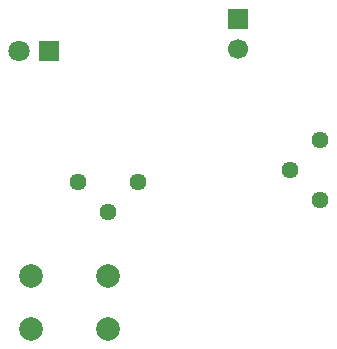
<source format=gbr>
%TF.GenerationSoftware,KiCad,Pcbnew,9.0.1*%
%TF.CreationDate,2025-05-04T09:20:48-04:00*%
%TF.ProjectId,project-2,70726f6a-6563-4742-9d32-2e6b69636164,rev?*%
%TF.SameCoordinates,Original*%
%TF.FileFunction,Copper,L2,Bot*%
%TF.FilePolarity,Positive*%
%FSLAX46Y46*%
G04 Gerber Fmt 4.6, Leading zero omitted, Abs format (unit mm)*
G04 Created by KiCad (PCBNEW 9.0.1) date 2025-05-04 09:20:48*
%MOMM*%
%LPD*%
G01*
G04 APERTURE LIST*
%TA.AperFunction,ComponentPad*%
%ADD10C,1.440000*%
%TD*%
%TA.AperFunction,ComponentPad*%
%ADD11R,1.800000X1.800000*%
%TD*%
%TA.AperFunction,ComponentPad*%
%ADD12C,1.800000*%
%TD*%
%TA.AperFunction,ComponentPad*%
%ADD13R,1.700000X1.700000*%
%TD*%
%TA.AperFunction,ComponentPad*%
%ADD14C,1.700000*%
%TD*%
%TA.AperFunction,ComponentPad*%
%ADD15C,2.000000*%
%TD*%
G04 APERTURE END LIST*
D10*
%TO.P,RV1,1,1*%
%TO.N,Net-(D1-A)*%
X195960000Y-85560000D03*
%TO.P,RV1,2,2*%
%TO.N,Net-(RV1-Pad2)*%
X198500000Y-88100000D03*
%TO.P,RV1,3,3*%
%TO.N,unconnected-(RV1-Pad3)*%
X201040000Y-85560000D03*
%TD*%
D11*
%TO.P,D1,1,K*%
%TO.N,Net-(BT1--)*%
X193500000Y-74500000D03*
D12*
%TO.P,D1,2,A*%
%TO.N,Net-(D1-A)*%
X190960000Y-74500000D03*
%TD*%
D13*
%TO.P,M1,1,+*%
%TO.N,Net-(M1-+)*%
X209500000Y-71725000D03*
D14*
%TO.P,M1,2,-*%
%TO.N,Net-(BT1--)*%
X209500000Y-74265000D03*
%TD*%
D10*
%TO.P,RV2,1,1*%
%TO.N,Net-(M1-+)*%
X216500000Y-82000000D03*
%TO.P,RV2,2,2*%
%TO.N,Net-(RV1-Pad2)*%
X213960000Y-84540000D03*
%TO.P,RV2,3,3*%
%TO.N,unconnected-(RV2-Pad3)*%
X216500000Y-87080000D03*
%TD*%
D15*
%TO.P,SW1,1,1*%
%TO.N,Net-(BT1-+)*%
X198500000Y-98000000D03*
X192000000Y-98000000D03*
%TO.P,SW1,2,2*%
%TO.N,Net-(RV1-Pad2)*%
X198500000Y-93500000D03*
X192000000Y-93500000D03*
%TD*%
M02*

</source>
